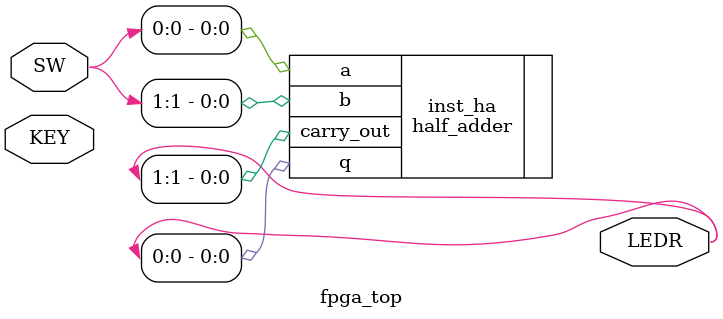
<source format=sv>
module fpga_top
(
    input  [1:0] KEY,
    input  [9:0] SW,

    output [9:0] LEDR
);

    wire [1:0] key;
    assign key = ~ KEY;

    half_adder inst_ha
    (
        .a         ( SW[0]   ),
        .b         ( SW[1]   ),
        .q         ( LEDR[0] ),
        .carry_out ( LEDR[1] )
    );

endmodule

</source>
